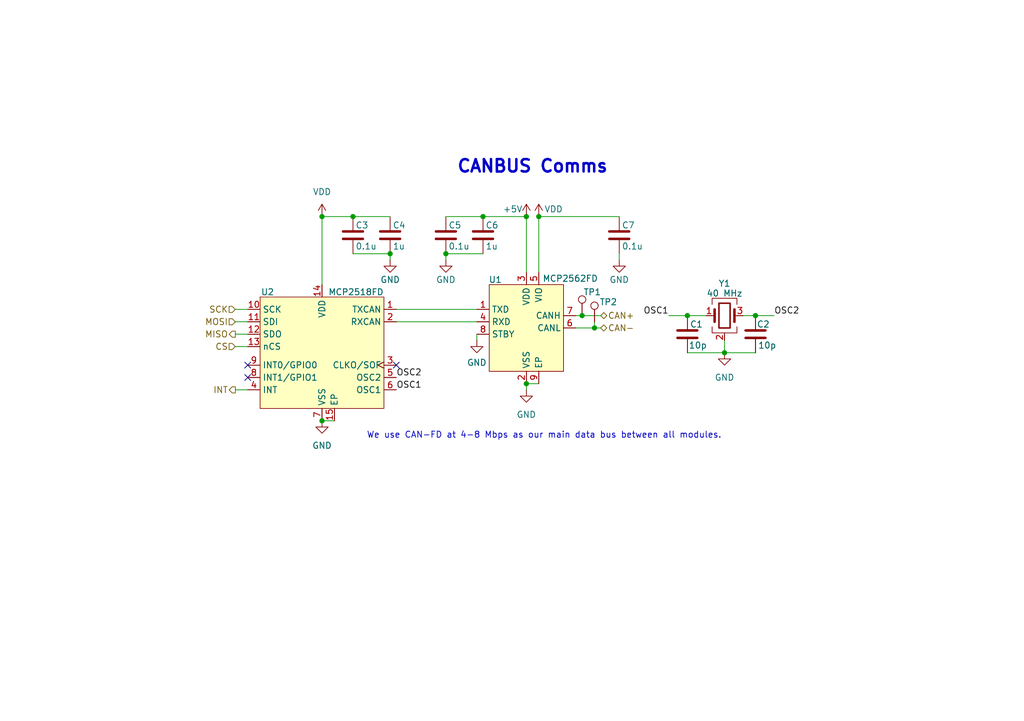
<source format=kicad_sch>
(kicad_sch (version 20250114) (generator "eeschema") (generator_version "9.0")
  (paper "A5")
  (title_block (title "LEOS CANbus") (date "2026-02-14") (rev "2") (company "VIP Lightning From the Edge of Space"))
  (lib_symbols
    (symbol "Connector:TestPoint" (pin_numbers (hide yes)) (pin_names (offset 0.762) (hide yes))
      (property "Reference" "TP" (at 0 6.858 0))
      (property "Value" "TestPoint" (at 0 5.08 0))
      (symbol "TestPoint_0_1"
        (circle (center 0 3.302) (radius 0.762))
      )
      (symbol "TestPoint_1_1"
        (pin passive line (at 0 0 90) (length 2.54) (name "1") (number "1"))
      )
    )
    (symbol "Device:C" (pin_numbers (hide yes)) (pin_names (offset 0.254))
      (property "Reference" "C" (at 0.635 2.54 0))
      (property "Value" "C" (at 0.635 -2.54 0))
      (symbol "C_0_1"
        (polyline (pts (xy -2.032 0.762) (xy 2.032 0.762)) (stroke (width 0.508)))
        (polyline (pts (xy -2.032 -0.762) (xy 2.032 -0.762)) (stroke (width 0.508)))
      )
      (symbol "C_1_1"
        (pin passive line (at 0 3.81 270) (length 2.794) (name "~") (number "1"))
        (pin passive line (at 0 -3.81 90) (length 2.794) (name "~") (number "2"))
      )
    )
    (symbol "Device:Crystal_GND24" (pin_names (offset 1.016) (hide yes))
      (property "Reference" "Y" (at 3.175 5.08 0))
      (property "Value" "Crystal_GND24" (at 3.175 3.175 0))
      (symbol "Crystal_GND24_0_1"
        (polyline (pts (xy -2.54 2.286) (xy -2.54 3.556) (xy 2.54 3.556) (xy 2.54 2.286)))
        (polyline (pts (xy -2.54 0) (xy -2.032 0)))
        (polyline (pts (xy -2.54 -2.286) (xy -2.54 -3.556) (xy 2.54 -3.556) (xy 2.54 -2.286)))
        (polyline (pts (xy -2.032 -1.27) (xy -2.032 1.27)) (stroke (width 0.508)))
        (rectangle (start -1.143 2.54) (end 1.143 -2.54) (stroke (width 0.3048)))
        (polyline (pts (xy 0 -3.81) (xy 0 -3.556)))
        (polyline (pts (xy 2.032 0) (xy 2.54 0)))
        (polyline (pts (xy 2.032 -1.27) (xy 2.032 1.27)) (stroke (width 0.508)))
      )
      (symbol "Crystal_GND24_1_1"
        (pin passive line (at -3.81 0 0) (length 1.27) (name "1") (number "1"))
        (pin passive line (at 0 -5.08 90) (length 1.27) (name "G") (number "2"))
        (pin passive line (at 0 -5.08 90) (length 1.27) (hide yes) (name "G") (number "4"))
        (pin passive line (at 3.81 0 180) (length 1.27) (name "3") (number "3"))
      )
    )
    (symbol "LEOS:MCP2518FD"
      (property "Reference" "U2" (at -11.176 11.176 0))
      (property "Value" "MCP2518FD" (at 1.27 11.176 0))
      (symbol "MCP2518FD_1_1"
        (rectangle (start -12.7 10.16) (end 12.7 -12.7) (fill (type background)))
        (pin input line (at -15.24 7.62 0) (length 2.54) (name "SCK") (number "10"))
        (pin input line (at -15.24 5.08 0) (length 2.54) (name "SDI") (number "11"))
        (pin output line (at -15.24 2.54 0) (length 2.54) (name "SDO") (number "12"))
        (pin input line (at -15.24 0 0) (length 2.54) (name "nCS") (number "13"))
        (pin bidirectional line (at -15.24 -3.81 0) (length 2.54) (name "INT0/GPIO0") (number "9"))
        (pin bidirectional line (at -15.24 -6.35 0) (length 2.54) (name "INT1/GPIO1") (number "8"))
        (pin output line (at -15.24 -8.89 0) (length 2.54) (name "INT") (number "4"))
        (pin power_in line (at 0 12.7 270) (length 2.54) (name "VDD") (number "14"))
        (pin power_in line (at 0 -15.24 90) (length 2.54) (name "VSS") (number "7"))
        (pin power_in line (at 2.54 -15.24 90) (length 2.54) (name "EP") (number "15"))
        (pin output line (at 15.24 7.62 180) (length 2.54) (name "TXCAN") (number "1"))
        (pin input line (at 15.24 5.08 180) (length 2.54) (name "RXCAN") (number "2"))
        (pin output clock (at 15.24 -3.81 180) (length 2.54) (name "CLKO/SOF") (number "3"))
        (pin output line (at 15.24 -6.35 180) (length 2.54) (name "OSC2") (number "5"))
        (pin input line (at 15.24 -8.89 180) (length 2.54) (name "OSC1") (number "6"))
      )
    )
    (symbol "LEOS:MCP2562FD"
      (property "Reference" "U1" (at -6.35 9.906 0))
      (property "Value" "MCP2562FD" (at 3.302 10.16 0))
      (symbol "MCP2562FD_1_1"
        (rectangle (start -7.62 8.89) (end 7.62 -8.89) (fill (type background)))
        (pin input line (at -10.16 3.81 0) (length 2.54) (name "TXD") (number "1"))
        (pin output line (at -10.16 1.27 0) (length 2.54) (name "RXD") (number "4"))
        (pin input line (at -10.16 -1.27 0) (length 2.54) (name "STBY") (number "8"))
        (pin power_in line (at 0 11.43 270) (length 2.54) (name "VDD") (number "3"))
        (pin power_in line (at 0 -11.43 90) (length 2.54) (name "VSS") (number "2"))
        (pin power_in line (at 2.54 11.43 270) (length 2.54) (name "VIO") (number "5"))
        (pin power_in line (at 2.54 -11.43 90) (length 2.54) (name "EP") (number "9"))
        (pin bidirectional line (at 10.16 2.54 180) (length 2.54) (name "CANH") (number "7"))
        (pin bidirectional line (at 10.16 0 180) (length 2.54) (name "CANL") (number "6"))
      )
    )
    (symbol "power:+5V" (power) (pin_numbers (hide yes)) (pin_names (offset 0) (hide yes))
      (property "Value" "+5V" (at 0 3.556 0))
      (symbol "+5V_0_1"
        (polyline (pts (xy -0.762 1.27) (xy 0 2.54)))
        (polyline (pts (xy 0 2.54) (xy 0.762 1.27)))
        (polyline (pts (xy 0 0) (xy 0 2.54)))
      )
      (symbol "+5V_1_1"
        (pin power_in line (at 0 0 90) (length 0) (name "~") (number "1"))
      )
    )
    (symbol "power:GND" (power) (pin_numbers (hide yes)) (pin_names (offset 0) (hide yes))
      (property "Value" "GND" (at 0 -3.81 0))
      (symbol "GND_0_1"
        (polyline (pts (xy 0 0) (xy 0 -1.27) (xy 1.27 -1.27) (xy 0 -2.54) (xy -1.27 -1.27) (xy 0 -1.27)))
      )
      (symbol "GND_1_1"
        (pin power_in line (at 0 0 270) (length 0) (name "~") (number "1"))
      )
    )
    (symbol "power:VDD" (power) (pin_numbers (hide yes)) (pin_names (offset 0) (hide yes))
      (property "Value" "VDD" (at 0 3.556 0))
      (symbol "VDD_0_1"
        (polyline (pts (xy -0.762 1.27) (xy 0 2.54)))
        (polyline (pts (xy 0 2.54) (xy 0.762 1.27)))
        (polyline (pts (xy 0 0) (xy 0 2.54)))
      )
      (symbol "VDD_1_1"
        (pin power_in line (at 0 0 90) (length 0) (name "~") (number "1"))
      )
    )
  )
  (text "CANBUS Comms" (at 109.22 34.29 0) (effects (font (size 2.54 2.54) (thickness 0.508) (bold yes))))
  (text "We use CAN-FD at 4-8 Mbps as our main data bus between all modules." (at 75.184 89.408 0) (effects (font (size 1.27 1.27)) (justify left)))
  (junction (at 99.06 44.45))
  (junction (at 110.49 44.45))
  (junction (at 66.04 86.36))
  (junction (at 121.92 67.31))
  (junction (at 119.38 64.77))
  (junction (at 107.95 44.45))
  (junction (at 154.94 64.77))
  (junction (at 91.44 52.07))
  (junction (at 140.97 64.77))
  (junction (at 80.01 52.07))
  (junction (at 148.59 72.39))
  (junction (at 107.95 78.74))
  (junction (at 66.04 44.45))
  (junction (at 72.39 44.45))
  (no_connect (at 81.28 74.93))
  (no_connect (at 50.8 74.93))
  (no_connect (at 50.8 77.47))
  (wire (pts (xy 48.26 63.5) (xy 50.8 63.5)))
  (wire (pts (xy 48.26 80.01) (xy 50.8 80.01)))
  (wire (pts (xy 91.44 52.07) (xy 91.44 53.34)))
  (wire (pts (xy 152.4 64.77) (xy 154.94 64.77)))
  (wire (pts (xy 110.49 44.45) (xy 110.49 55.88)))
  (wire (pts (xy 121.92 66.04) (xy 121.92 67.31)))
  (wire (pts (xy 72.39 44.45) (xy 80.01 44.45)))
  (wire (pts (xy 72.39 52.07) (xy 80.01 52.07)))
  (wire (pts (xy 148.59 72.39) (xy 154.94 72.39)))
  (wire (pts (xy 137.16 64.77) (xy 140.97 64.77)))
  (wire (pts (xy 148.59 69.85) (xy 148.59 72.39)))
  (wire (pts (xy 110.49 44.45) (xy 127 44.45)))
  (wire (pts (xy 123.19 67.31) (xy 121.92 67.31)))
  (wire (pts (xy 48.26 71.12) (xy 50.8 71.12)))
  (wire (pts (xy 81.28 63.5) (xy 97.79 63.5)))
  (wire (pts (xy 66.04 44.45) (xy 72.39 44.45)))
  (wire (pts (xy 97.79 69.85) (xy 97.79 68.58)))
  (wire (pts (xy 66.04 86.36) (xy 68.58 86.36)))
  (wire (pts (xy 140.97 64.77) (xy 144.78 64.77)))
  (wire (pts (xy 80.01 53.34) (xy 80.01 52.07)))
  (wire (pts (xy 154.94 64.77) (xy 158.75 64.77)))
  (wire (pts (xy 121.92 67.31) (xy 118.11 67.31)))
  (wire (pts (xy 66.04 44.45) (xy 66.04 58.42)))
  (wire (pts (xy 91.44 44.45) (xy 99.06 44.45)))
  (wire (pts (xy 48.26 68.58) (xy 50.8 68.58)))
  (wire (pts (xy 123.19 64.77) (xy 119.38 64.77)))
  (wire (pts (xy 48.26 66.04) (xy 50.8 66.04)))
  (wire (pts (xy 107.95 80.01) (xy 107.95 78.74)))
  (wire (pts (xy 127 53.34) (xy 127 52.07)))
  (wire (pts (xy 81.28 66.04) (xy 97.79 66.04)))
  (wire (pts (xy 107.95 44.45) (xy 107.95 55.88)))
  (wire (pts (xy 107.95 44.45) (xy 99.06 44.45)))
  (wire (pts (xy 119.38 64.77) (xy 118.11 64.77)))
  (wire (pts (xy 140.97 72.39) (xy 148.59 72.39)))
  (wire (pts (xy 91.44 52.07) (xy 99.06 52.07)))
  (wire (pts (xy 107.95 78.74) (xy 110.49 78.74)))
  (label "OSC1" (at 137.16 64.77 180))
  (label "OSC1" (at 81.28 80.01 0))
  (label "OSC2" (at 81.28 77.47 0))
  (label "OSC2" (at 158.75 64.77 0))
  (hierarchical_label "MOSI" (shape input) (at 48.26 66.04 180))
  (hierarchical_label "INT" (shape output) (at 48.26 80.01 180))
  (hierarchical_label "CAN-" (shape bidirectional) (at 123.19 67.31 0))
  (hierarchical_label "CAN+" (shape bidirectional) (at 123.19 64.77 0))
  (hierarchical_label "SCK" (shape input) (at 48.26 63.5 180))
  (hierarchical_label "CS" (shape input) (at 48.26 71.12 180))
  (hierarchical_label "MISO" (shape output) (at 48.26 68.58 180))
  (symbol (lib_id "power:GND") (at 148.59 72.39 0) (unit 1)
    (property "Reference" "#PWR06" (effects (hide yes)))
    (property "Value" "GND" (at 148.59 77.47 0))
    (property "Description" "Power symbol creates a global label with name \"GND\" , ground" (effects (hide yes)))
  )
  (symbol (lib_id "power:+5V") (at 107.95 44.45 0) (unit 1)
    (property "Reference" "#PWR03" (effects (hide yes)))
    (property "Value" "+5V" (at 105.156 42.926 0))
    (property "Description" "Power symbol creates a global label with name \"+5V\"" (effects (hide yes)))
  )
  (symbol (lib_id "Device:C") (at 154.94 68.58 180) (unit 1)
    (property "Reference" "C2" (at 155.194 66.548 0) (effects (justify right)))
    (property "Value" "10p" (at 155.448 70.866 0) (effects (justify right)))
    (property "Footprint" "Capacitor_SMD:C_0603_1608Metric" (effects (hide yes)))
    (property "Description" "10P 50V C0G 0603" (effects (hide yes)))
    (property "Digikey" "1276-1027-1-ND" (effects (hide yes)))
    (property "MPN" "CL10C100JB8NNNC" (effects (hide yes)))
    (property "Manufacturer" "Samsung Electro-Mechanics" (effects (hide yes)))
    (property "LCSC" "C1634" (effects (hide yes)))
  )
  (symbol (lib_id "Connector:TestPoint") (at 119.38 64.77 0) (unit 1)
    (property "Reference" "TP1" (at 119.634 59.944 0) (effects (justify left)))
    (property "Value" "CAN-H Test Point" (effects (hide yes)))
    (property "Footprint" "TestPoint:TestPoint_Loop_D2.60mm_Drill0.9mm_Beaded" (effects (hide yes)))
    (property "Description" "test point" (effects (hide yes)))
    (property "Digikey" "  36-5004-ND" (effects (hide yes)))
    (property "MPN" "5004" (effects (hide yes)))
    (property "Manufacturer" "Keystone Electronics" (effects (hide yes)))
  )
  (symbol (lib_id "power:GND") (at 127 53.34 0) (unit 1)
    (property "Reference" "#PWR015" (effects (hide yes)))
    (property "Value" "GND" (at 127 57.404 0))
    (property "Description" "Power symbol creates a global label with name \"GND\" , ground" (effects (hide yes)))
  )
  (symbol (lib_id "power:GND") (at 80.01 53.34 0) (unit 1)
    (property "Reference" "#PWR04" (effects (hide yes)))
    (property "Value" "GND" (at 80.01 57.404 0))
    (property "Description" "Power symbol creates a global label with name \"GND\" , ground" (effects (hide yes)))
  )
  (symbol (lib_id "Device:C") (at 99.06 48.26 0) (unit 1)
    (property "Reference" "C6" (at 99.568 46.228 0) (effects (justify left)))
    (property "Value" "1u" (at 99.568 50.546 0) (effects (justify left)))
    (property "Footprint" "Capacitor_SMD:C_0603_1608Metric" (effects (hide yes)))
    (property "Description" "1U 25V X7R 0603" (effects (hide yes)))
    (property "Digikey" "1276-1184-1-ND" (effects (hide yes)))
    (property "LCSC" "C29936" (effects (hide yes)))
    (property "MPN" "CL10B105KA8NNNC" (effects (hide yes)))
    (property "Manufacturer" "Samsung Electro-Mechanics" (effects (hide yes)))
  )
  (symbol (lib_id "Device:C") (at 91.44 48.26 0) (unit 1)
    (property "Reference" "C5" (at 91.948 46.228 0) (effects (justify left)))
    (property "Value" "0.1u" (at 91.948 50.546 0) (effects (justify left)))
    (property "Footprint" "Capacitor_SMD:C_0603_1608Metric" (effects (hide yes)))
    (property "Description" "0.1U 50V X7R 0603" (effects (hide yes)))
    (property "Digikey" "490-5798-1-ND" (effects (hide yes)))
    (property "LCSC" "C913912" (effects (hide yes)))
    (property "MPN" "CL10B104KB8NNNL" (effects (hide yes)))
    (property "Manufacturer" "Samsung Electro-Mechanics" (effects (hide yes)))
  )
  (symbol (lib_id "power:GND") (at 91.44 53.34 0) (unit 1)
    (property "Reference" "#PWR01" (effects (hide yes)))
    (property "Value" "GND" (at 91.44 57.404 0))
    (property "Description" "Power symbol creates a global label with name \"GND\" , ground" (effects (hide yes)))
  )
  (symbol (lib_id "power:GND") (at 107.95 80.01 0) (unit 1)
    (property "Reference" "#PWR013" (effects (hide yes)))
    (property "Value" "GND" (at 107.95 85.09 0))
    (property "Description" "Power symbol creates a global label with name \"GND\" , ground" (effects (hide yes)))
  )
  (symbol (lib_id "Connector:TestPoint") (at 121.92 66.04 0) (unit 1)
    (property "Reference" "TP2" (at 122.936 61.976 0) (effects (justify left)))
    (property "Value" "CAN-L Test Point" (effects (hide yes)))
    (property "Footprint" "TestPoint:TestPoint_Loop_D2.60mm_Drill0.9mm_Beaded" (effects (hide yes)))
    (property "Description" "test point" (effects (hide yes)))
    (property "Digikey" "  36-5116-ND" (effects (hide yes)))
    (property "MPN" "5116" (effects (hide yes)))
    (property "Manufacturer" "Keystone Electronics" (effects (hide yes)))
  )
  (symbol (lib_id "power:VDD") (at 110.49 44.45 0) (unit 1)
    (property "Reference" "#PWR014" (effects (hide yes)))
    (property "Value" "VDD" (at 113.538 42.926 0))
    (property "Description" "Power symbol creates a global label with name \"VDD\"" (effects (hide yes)))
  )
  (symbol (lib_id "Device:C") (at 80.01 48.26 0) (unit 1)
    (property "Reference" "C4" (at 80.518 46.228 0) (effects (justify left)))
    (property "Value" "1u" (at 80.518 50.546 0) (effects (justify left)))
    (property "Footprint" "Capacitor_SMD:C_0603_1608Metric" (effects (hide yes)))
    (property "Description" "1U 25V X7R 0603" (effects (hide yes)))
    (property "Digikey" "1276-1184-1-ND" (effects (hide yes)))
    (property "LCSC" "C29936" (effects (hide yes)))
    (property "MPN" "CL10B105KA8NNNC" (effects (hide yes)))
    (property "Manufacturer" "Samsung Electro-Mechanics" (effects (hide yes)))
  )
  (symbol (lib_id "Device:C") (at 127 48.26 0) (unit 1)
    (property "Reference" "C7" (at 127.508 46.228 0) (effects (justify left)))
    (property "Value" "0.1u" (at 127.508 50.546 0) (effects (justify left)))
    (property "Footprint" "Capacitor_SMD:C_0603_1608Metric" (effects (hide yes)))
    (property "Description" "0.1U 50V X7R 0603" (effects (hide yes)))
    (property "Digikey" "490-5798-1-ND" (effects (hide yes)))
    (property "LCSC" "C913912" (effects (hide yes)))
    (property "MPN" "CL10B104KB8NNNL" (effects (hide yes)))
    (property "Manufacturer" "Samsung Electro-Mechanics" (effects (hide yes)))
  )
  (symbol (lib_id "power:VDD") (at 66.04 44.45 0) (unit 1)
    (property "Reference" "#PWR02" (effects (hide yes)))
    (property "Value" "VDD" (at 66.04 39.37 0))
    (property "Description" "Power symbol creates a global label with name \"VDD\"" (effects (hide yes)))
  )
  (symbol (lib_id "Device:C") (at 140.97 68.58 180) (unit 1)
    (property "Reference" "C1" (at 141.478 66.548 0) (effects (justify right)))
    (property "Value" "10p" (at 141.224 70.866 0) (effects (justify right)))
    (property "Footprint" "Capacitor_SMD:C_0603_1608Metric" (effects (hide yes)))
    (property "Description" "10P 50V C0G 0603" (effects (hide yes)))
    (property "Digikey" "1276-1027-1-ND" (effects (hide yes)))
    (property "MPN" "CL10C100JB8NNNC" (effects (hide yes)))
    (property "Manufacturer" "Samsung Electro-Mechanics" (effects (hide yes)))
    (property "LCSC" "C1634" (effects (hide yes)))
  )
  (symbol (lib_id "LEOS:MCP2562FD") (at 107.95 67.31 0) (unit 1)
    (property "Reference" "U1" (at 101.6 57.404 0))
    (property "Value" "MCP2562FD" (at 111.252 57.15 0) (effects (justify left)))
    (property "Footprint" "Package_SO:SOIC-8_3.9x4.9mm_P1.27mm" (effects (hide yes)))
    (property "Datasheet" "https://ww1.microchip.com/downloads/en/devicedoc/20005284a.pdf" (effects (hide yes)))
    (property "Description" "High-Speed CAN Flexible Data Rate Transceiver" (effects (hide yes)))
    (property "MPN" "MCP2562FDT-E/SN" (effects (hide yes)))
    (property "Manufacturer" "Microchip Technology" (effects (hide yes)))
    (property "LCSC" "C511335" (effects (hide yes)))
    (property "Digikey" "MCP2562FDT-E/SNCT-ND" (effects (hide yes)))
  )
  (symbol (lib_id "power:GND") (at 66.04 86.36 0) (unit 1)
    (property "Reference" "#PWR05" (effects (hide yes)))
    (property "Value" "GND" (at 66.04 91.44 0))
    (property "Description" "Power symbol creates a global label with name \"GND\" , ground" (effects (hide yes)))
  )
  (symbol (lib_id "LEOS:MCP2518FD") (at 66.04 71.12 0) (unit 1)
    (property "Reference" "U2" (at 54.864 59.944 0))
    (property "Value" "MCP2518FD" (at 67.31 59.944 0) (effects (justify left)))
    (property "Footprint" "Package_SO:SOIC-14_3.9x8.7mm_P1.27mm" (effects (hide yes)))
    (property "Datasheet" "https://ww1.microchip.com/downloads/aemDocuments/documents/OTH/ProductDocuments/DataSheets/External-CAN-FD-Controller-with-SPI-Interface-DS20006027B.pdf" (effects (hide yes)))
    (property "Description" "External CAN FD Controller with SPI Interface" (effects (hide yes)))
    (property "Manufacturer" "Microchip Technology" (effects (hide yes)))
    (property "MPN" "MCP2518FDT-E/SL" (effects (hide yes)))
    (property "LCSC" "C626758" (effects (hide yes)))
    (property "Digikey" "MCP2518FDT-E/SLCT-ND " (effects (hide yes)))
  )
  (symbol (lib_id "power:GND") (at 97.79 69.85 0) (unit 1)
    (property "Reference" "#PWR08" (effects (hide yes)))
    (property "Value" "GND" (at 97.79 74.422 0))
    (property "Description" "Power symbol creates a global label with name \"GND\" , ground" (effects (hide yes)))
  )
  (symbol (lib_id "Device:Crystal_GND24") (at 148.59 64.77 0) (unit 1)
    (property "Reference" "Y1" (at 148.59 58.166 0))
    (property "Value" "40 MHz" (at 148.59 60.198 0))
    (property "Footprint" "Crystal:Crystal_SMD_2016-4Pin_2.0x1.6mm" (effects (hide yes)))
    (property "Description" "40 MHz ±10ppm Crystal 10pF 40 Ohms" (effects (hide yes)))
    (property "MPN" "ECS-400-10-37B2-CKY-TR" (effects (hide yes)))
    (property "Digikey" "50-ECS-400-10-37B2-CKY-TRCT-ND" (effects (hide yes)))
    (property "Manufacturer" "ECS Inc," (effects (hide yes)))
    (property "LCSC" "C5357833" (effects (hide yes)))
  )
  (symbol (lib_id "Device:C") (at 72.39 48.26 0) (unit 1)
    (property "Reference" "C3" (at 72.898 46.228 0) (effects (justify left)))
    (property "Value" "0.1u" (at 72.898 50.546 0) (effects (justify left)))
    (property "Footprint" "Capacitor_SMD:C_0603_1608Metric" (effects (hide yes)))
    (property "Description" "0.1U 50V X7R 0603" (effects (hide yes)))
    (property "Digikey" "490-5798-1-ND" (effects (hide yes)))
    (property "LCSC" "C913912" (effects (hide yes)))
    (property "MPN" "CL10B104KB8NNNL" (effects (hide yes)))
    (property "Manufacturer" "Samsung Electro-Mechanics" (effects (hide yes)))
  )
)
</source>
